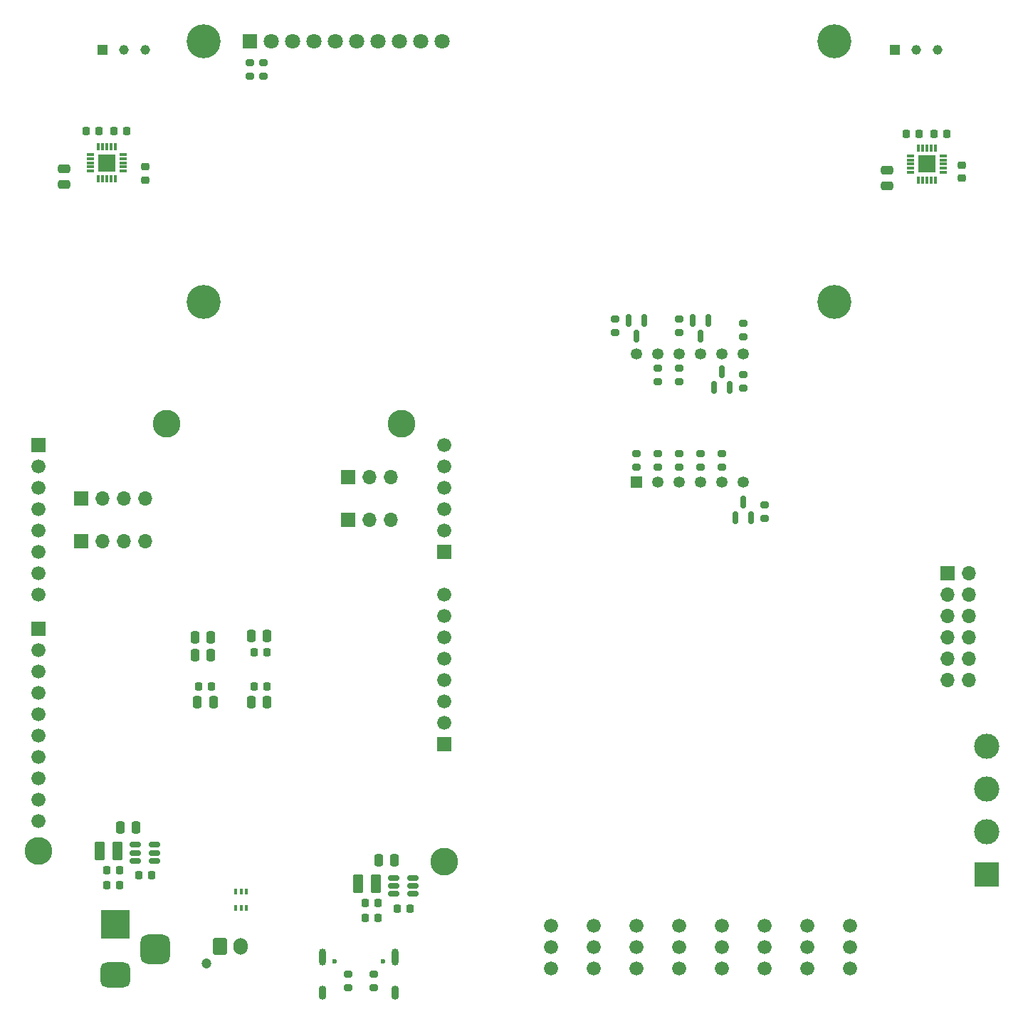
<source format=gbs>
G04 #@! TF.GenerationSoftware,KiCad,Pcbnew,(6.0.9)*
G04 #@! TF.CreationDate,2023-02-22T17:41:12-05:00*
G04 #@! TF.ProjectId,UDuino,55447569-6e6f-42e6-9b69-6361645f7063,rev?*
G04 #@! TF.SameCoordinates,Original*
G04 #@! TF.FileFunction,Soldermask,Bot*
G04 #@! TF.FilePolarity,Negative*
%FSLAX46Y46*%
G04 Gerber Fmt 4.6, Leading zero omitted, Abs format (unit mm)*
G04 Created by KiCad (PCBNEW (6.0.9)) date 2023-02-22 17:41:12*
%MOMM*%
%LPD*%
G01*
G04 APERTURE LIST*
G04 Aperture macros list*
%AMRoundRect*
0 Rectangle with rounded corners*
0 $1 Rounding radius*
0 $2 $3 $4 $5 $6 $7 $8 $9 X,Y pos of 4 corners*
0 Add a 4 corners polygon primitive as box body*
4,1,4,$2,$3,$4,$5,$6,$7,$8,$9,$2,$3,0*
0 Add four circle primitives for the rounded corners*
1,1,$1+$1,$2,$3*
1,1,$1+$1,$4,$5*
1,1,$1+$1,$6,$7*
1,1,$1+$1,$8,$9*
0 Add four rect primitives between the rounded corners*
20,1,$1+$1,$2,$3,$4,$5,0*
20,1,$1+$1,$4,$5,$6,$7,0*
20,1,$1+$1,$6,$7,$8,$9,0*
20,1,$1+$1,$8,$9,$2,$3,0*%
G04 Aperture macros list end*
%ADD10R,1.350000X1.350000*%
%ADD11C,1.350000*%
%ADD12R,1.700000X1.700000*%
%ADD13O,1.700000X1.700000*%
%ADD14C,1.676400*%
%ADD15R,3.000000X3.000000*%
%ADD16C,3.000000*%
%ADD17C,3.300000*%
%ADD18R,1.676400X1.676400*%
%ADD19C,1.200000*%
%ADD20RoundRect,0.250000X-0.600000X-0.750000X0.600000X-0.750000X0.600000X0.750000X-0.600000X0.750000X0*%
%ADD21O,1.700000X2.000000*%
%ADD22R,1.160000X1.160000*%
%ADD23C,1.160000*%
%ADD24R,3.500000X3.500000*%
%ADD25RoundRect,0.750000X1.000000X-0.750000X1.000000X0.750000X-1.000000X0.750000X-1.000000X-0.750000X0*%
%ADD26RoundRect,0.875000X0.875000X-0.875000X0.875000X0.875000X-0.875000X0.875000X-0.875000X-0.875000X0*%
%ADD27R,1.800000X1.800000*%
%ADD28C,1.800000*%
%ADD29C,4.050000*%
%ADD30C,0.600000*%
%ADD31O,0.900000X2.000000*%
%ADD32O,0.900000X1.700000*%
%ADD33RoundRect,0.225000X-0.225000X-0.250000X0.225000X-0.250000X0.225000X0.250000X-0.225000X0.250000X0*%
%ADD34RoundRect,0.250000X-0.250000X-0.475000X0.250000X-0.475000X0.250000X0.475000X-0.250000X0.475000X0*%
%ADD35RoundRect,0.200000X0.275000X-0.200000X0.275000X0.200000X-0.275000X0.200000X-0.275000X-0.200000X0*%
%ADD36RoundRect,0.225000X0.250000X-0.225000X0.250000X0.225000X-0.250000X0.225000X-0.250000X-0.225000X0*%
%ADD37RoundRect,0.225000X0.225000X0.250000X-0.225000X0.250000X-0.225000X-0.250000X0.225000X-0.250000X0*%
%ADD38RoundRect,0.200000X-0.275000X0.200000X-0.275000X-0.200000X0.275000X-0.200000X0.275000X0.200000X0*%
%ADD39RoundRect,0.250000X0.375000X0.850000X-0.375000X0.850000X-0.375000X-0.850000X0.375000X-0.850000X0*%
%ADD40RoundRect,0.150000X0.150000X-0.587500X0.150000X0.587500X-0.150000X0.587500X-0.150000X-0.587500X0*%
%ADD41RoundRect,0.250000X0.250000X0.475000X-0.250000X0.475000X-0.250000X-0.475000X0.250000X-0.475000X0*%
%ADD42RoundRect,0.150000X-0.150000X0.587500X-0.150000X-0.587500X0.150000X-0.587500X0.150000X0.587500X0*%
%ADD43RoundRect,0.007800X0.422200X0.122200X-0.422200X0.122200X-0.422200X-0.122200X0.422200X-0.122200X0*%
%ADD44RoundRect,0.007800X0.122200X-0.422200X0.122200X0.422200X-0.122200X0.422200X-0.122200X-0.422200X0*%
%ADD45R,2.000000X2.000000*%
%ADD46RoundRect,0.150000X0.512500X0.150000X-0.512500X0.150000X-0.512500X-0.150000X0.512500X-0.150000X0*%
%ADD47R,0.400000X0.650000*%
%ADD48RoundRect,0.250000X0.475000X-0.250000X0.475000X0.250000X-0.475000X0.250000X-0.475000X-0.250000X0*%
G04 APERTURE END LIST*
D10*
X73660000Y-56483500D03*
D11*
X76200000Y-56483500D03*
X78740000Y-56483500D03*
X81280000Y-56483500D03*
X83820000Y-56483500D03*
X86360000Y-56483500D03*
X86360000Y-41243500D03*
X83820000Y-41243500D03*
X81280000Y-41243500D03*
X78740000Y-41243500D03*
X76200000Y-41243500D03*
X73660000Y-41243500D03*
D12*
X39370000Y-60960000D03*
D13*
X41910000Y-60960000D03*
X44450000Y-60960000D03*
D14*
X78740000Y-109220000D03*
X78740000Y-111760000D03*
X78740000Y-114300000D03*
D12*
X7630000Y-58420000D03*
D13*
X10170000Y-58420000D03*
X12710000Y-58420000D03*
X15250000Y-58420000D03*
D15*
X115316000Y-103124000D03*
D16*
X115316000Y-98044000D03*
X115316000Y-92964000D03*
X115316000Y-87884000D03*
D17*
X45720000Y-49530000D03*
X2540000Y-100330000D03*
X50800000Y-101600000D03*
X17780000Y-49530000D03*
D14*
X50800000Y-80010000D03*
X50800000Y-77470000D03*
D18*
X50800000Y-64770000D03*
D14*
X50800000Y-62230000D03*
X50800000Y-59690000D03*
X50800000Y-57150000D03*
X50800000Y-54610000D03*
X50800000Y-52070000D03*
X2540000Y-91694000D03*
D18*
X2540000Y-52070000D03*
D14*
X2540000Y-54610000D03*
X2540000Y-57150000D03*
X2540000Y-59690000D03*
X2540000Y-62230000D03*
X2540000Y-64770000D03*
X2540000Y-67310000D03*
X2540000Y-69850000D03*
D18*
X2540000Y-73914000D03*
D14*
X2540000Y-76454000D03*
X2540000Y-78994000D03*
X2540000Y-81534000D03*
X2540000Y-84074000D03*
X2540000Y-86614000D03*
X50800000Y-72390000D03*
X50800000Y-74930000D03*
X2540000Y-89154000D03*
X50800000Y-85090000D03*
D18*
X50800000Y-87630000D03*
D14*
X50800000Y-82550000D03*
X2540000Y-96774000D03*
X2540000Y-94234000D03*
X50800000Y-69850000D03*
D19*
X22550000Y-113743000D03*
D20*
X24150000Y-111743000D03*
D21*
X26650000Y-111743000D03*
D12*
X7630000Y-63500000D03*
D13*
X10170000Y-63500000D03*
X12710000Y-63500000D03*
X15250000Y-63500000D03*
D22*
X10160000Y-5080000D03*
D23*
X12700000Y-5080000D03*
X15240000Y-5080000D03*
D24*
X11742500Y-109062000D03*
D25*
X11742500Y-115062000D03*
D26*
X16442500Y-112062000D03*
D27*
X27690000Y-4058000D03*
D28*
X30230000Y-4058000D03*
X32770000Y-4058000D03*
X35310000Y-4058000D03*
X37850000Y-4058000D03*
X40390000Y-4058000D03*
X42930000Y-4058000D03*
X45470000Y-4058000D03*
X48010000Y-4058000D03*
X50550000Y-4058000D03*
D29*
X22190000Y-4058000D03*
X97190000Y-4058000D03*
X22190000Y-35058000D03*
X97190000Y-35058000D03*
D14*
X63500000Y-109220000D03*
X63500000Y-111760000D03*
X63500000Y-114300000D03*
X93980000Y-109220000D03*
X93980000Y-111760000D03*
X93980000Y-114300000D03*
X73660000Y-109220000D03*
X73660000Y-111760000D03*
X73660000Y-114300000D03*
X88900000Y-109220000D03*
X88900000Y-111760000D03*
X88900000Y-114300000D03*
X83820000Y-109220000D03*
X83820000Y-111760000D03*
X83820000Y-114300000D03*
X99060000Y-109220000D03*
X99060000Y-111760000D03*
X99060000Y-114300000D03*
D30*
X37750000Y-113499000D03*
X43530000Y-113499000D03*
D31*
X44960000Y-113019000D03*
D32*
X36320000Y-117189000D03*
D31*
X36320000Y-113019000D03*
D32*
X44960000Y-117189000D03*
D12*
X39370000Y-55880000D03*
D13*
X41910000Y-55880000D03*
X44450000Y-55880000D03*
D14*
X68580000Y-109220000D03*
X68580000Y-111760000D03*
X68580000Y-114300000D03*
D22*
X104380000Y-5092500D03*
D23*
X106920000Y-5092500D03*
X109460000Y-5092500D03*
D33*
X11544000Y-14732000D03*
X13094000Y-14732000D03*
D34*
X27879000Y-82677000D03*
X29779000Y-82677000D03*
D33*
X10655000Y-102616000D03*
X12205000Y-102616000D03*
D35*
X27686000Y-8254000D03*
X27686000Y-6604000D03*
D34*
X12258000Y-97536000D03*
X14158000Y-97536000D03*
D33*
X8242000Y-14732000D03*
X9792000Y-14732000D03*
D34*
X42992000Y-101473000D03*
X44892000Y-101473000D03*
D33*
X28181000Y-76708000D03*
X29731000Y-76708000D03*
D36*
X112395000Y-20363000D03*
X112395000Y-18813000D03*
D35*
X83820000Y-54768500D03*
X83820000Y-53118500D03*
X29337000Y-8254000D03*
X29337000Y-6604000D03*
D33*
X109080000Y-15143000D03*
X110630000Y-15143000D03*
D37*
X16015000Y-103251000D03*
X14465000Y-103251000D03*
X46749000Y-107188000D03*
X45199000Y-107188000D03*
D38*
X78740000Y-42958500D03*
X78740000Y-44608500D03*
D12*
X110707000Y-67335000D03*
D13*
X113247000Y-67335000D03*
X110707000Y-69875000D03*
X113247000Y-69875000D03*
X110707000Y-72415000D03*
X113247000Y-72415000D03*
X110707000Y-74955000D03*
X113247000Y-74955000D03*
X110707000Y-77495000D03*
X113247000Y-77495000D03*
X110707000Y-80035000D03*
X113247000Y-80035000D03*
D35*
X71120000Y-38766500D03*
X71120000Y-37116500D03*
D33*
X10655000Y-104394000D03*
X12205000Y-104394000D03*
D39*
X42731000Y-104267000D03*
X40581000Y-104267000D03*
D35*
X76200000Y-54768500D03*
X76200000Y-53118500D03*
D40*
X84770000Y-45229000D03*
X82870000Y-45229000D03*
X83820000Y-43354000D03*
D41*
X23048000Y-77089000D03*
X21148000Y-77089000D03*
D35*
X78740000Y-54768500D03*
X78740000Y-53118500D03*
D42*
X72710000Y-37258000D03*
X74610000Y-37258000D03*
X73660000Y-39133000D03*
D34*
X27879000Y-74803000D03*
X29779000Y-74803000D03*
D43*
X12603000Y-17542000D03*
X12603000Y-18042000D03*
X12603000Y-18542000D03*
X12603000Y-19042000D03*
X12603000Y-19542000D03*
D44*
X11668000Y-20477000D03*
X11168000Y-20477000D03*
X10668000Y-20477000D03*
X10168000Y-20477000D03*
X9668000Y-20477000D03*
D43*
X8733000Y-19542000D03*
X8733000Y-19042000D03*
X8733000Y-18542000D03*
X8733000Y-18042000D03*
X8733000Y-17542000D03*
D44*
X9668000Y-16607000D03*
X10168000Y-16607000D03*
X10668000Y-16607000D03*
X11168000Y-16607000D03*
X11668000Y-16607000D03*
D45*
X10668000Y-18542000D03*
D43*
X110139000Y-17699000D03*
X110139000Y-18199000D03*
X110139000Y-18699000D03*
X110139000Y-19199000D03*
X110139000Y-19699000D03*
D44*
X109204000Y-20634000D03*
X108704000Y-20634000D03*
X108204000Y-20634000D03*
X107704000Y-20634000D03*
X107204000Y-20634000D03*
D43*
X106269000Y-19699000D03*
X106269000Y-19199000D03*
X106269000Y-18699000D03*
X106269000Y-18199000D03*
X106269000Y-17699000D03*
D44*
X107204000Y-16764000D03*
X107704000Y-16764000D03*
X108204000Y-16764000D03*
X108704000Y-16764000D03*
X109204000Y-16764000D03*
D45*
X108204000Y-18699000D03*
D37*
X23127000Y-80772000D03*
X21577000Y-80772000D03*
D41*
X23368000Y-82677000D03*
X21468000Y-82677000D03*
D46*
X47111500Y-103571000D03*
X47111500Y-104521000D03*
X47111500Y-105471000D03*
X44836500Y-105471000D03*
X44836500Y-104521000D03*
X44836500Y-103571000D03*
D41*
X23048000Y-74930000D03*
X21148000Y-74930000D03*
D47*
X27320000Y-107122000D03*
X26670000Y-107122000D03*
X26020000Y-107122000D03*
X26020000Y-105222000D03*
X26670000Y-105222000D03*
X27320000Y-105222000D03*
D35*
X78740000Y-38766500D03*
X78740000Y-37116500D03*
D33*
X41389000Y-106553000D03*
X42939000Y-106553000D03*
D48*
X103505000Y-21300000D03*
X103505000Y-19400000D03*
D46*
X16377500Y-99634000D03*
X16377500Y-100584000D03*
X16377500Y-101534000D03*
X14102500Y-101534000D03*
X14102500Y-100584000D03*
X14102500Y-99634000D03*
D38*
X88900000Y-59214500D03*
X88900000Y-60864500D03*
D35*
X42418000Y-116649000D03*
X42418000Y-114999000D03*
D33*
X28181000Y-80772000D03*
X29731000Y-80772000D03*
D38*
X76200000Y-42958500D03*
X76200000Y-44608500D03*
D40*
X87310000Y-60723000D03*
X85410000Y-60723000D03*
X86360000Y-58848000D03*
D33*
X105778000Y-15143000D03*
X107328000Y-15143000D03*
D35*
X73660000Y-54768500D03*
X73660000Y-53118500D03*
D38*
X86360000Y-43720500D03*
X86360000Y-45370500D03*
D35*
X81280000Y-54768500D03*
X81280000Y-53118500D03*
D36*
X15240000Y-20587000D03*
X15240000Y-19037000D03*
D35*
X86360000Y-39274500D03*
X86360000Y-37624500D03*
D38*
X39370000Y-114999000D03*
X39370000Y-116649000D03*
D39*
X11997000Y-100330000D03*
X9847000Y-100330000D03*
D48*
X5588000Y-21143000D03*
X5588000Y-19243000D03*
D33*
X41389000Y-108331000D03*
X42939000Y-108331000D03*
D42*
X80330000Y-37258000D03*
X82230000Y-37258000D03*
X81280000Y-39133000D03*
M02*

</source>
